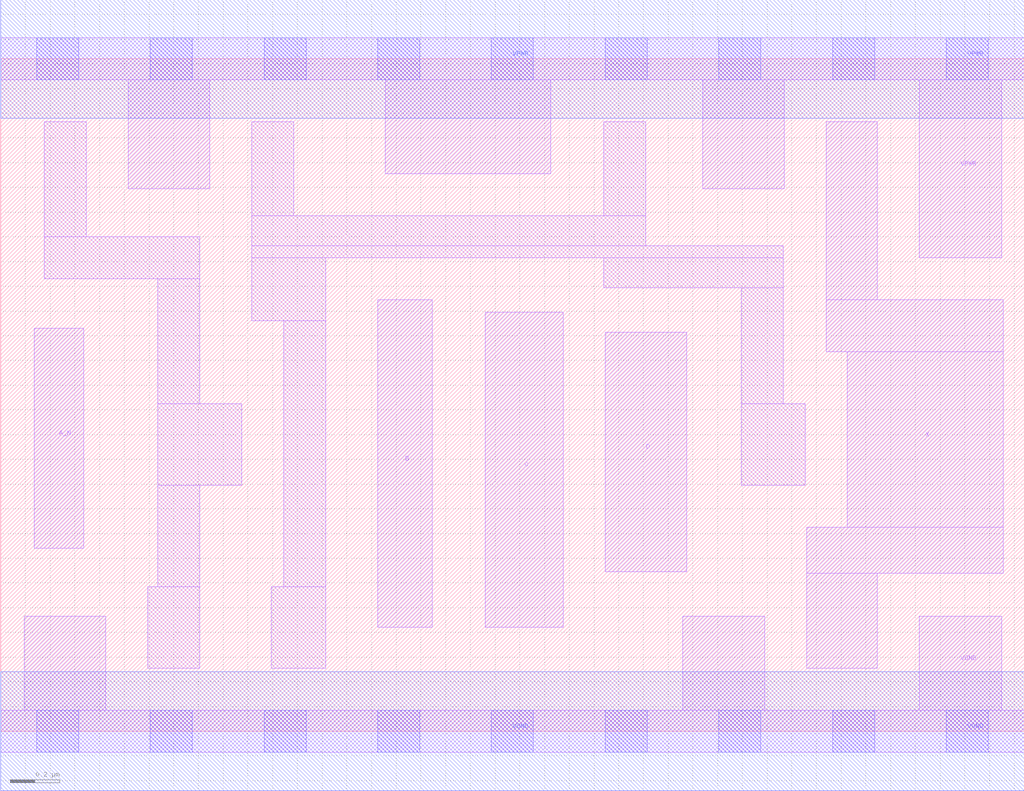
<source format=lef>
# Copyright 2020 The SkyWater PDK Authors
#
# Licensed under the Apache License, Version 2.0 (the "License");
# you may not use this file except in compliance with the License.
# You may obtain a copy of the License at
#
#     https://www.apache.org/licenses/LICENSE-2.0
#
# Unless required by applicable law or agreed to in writing, software
# distributed under the License is distributed on an "AS IS" BASIS,
# WITHOUT WARRANTIES OR CONDITIONS OF ANY KIND, either express or implied.
# See the License for the specific language governing permissions and
# limitations under the License.
#
# SPDX-License-Identifier: Apache-2.0

VERSION 5.7 ;
  NAMESCASESENSITIVE ON ;
  NOWIREEXTENSIONATPIN ON ;
  DIVIDERCHAR "/" ;
  BUSBITCHARS "[]" ;
UNITS
  DATABASE MICRONS 200 ;
END UNITS
MACRO sky130_fd_sc_hd__and4b_2
  CLASS CORE ;
  SOURCE USER ;
  FOREIGN sky130_fd_sc_hd__and4b_2 ;
  ORIGIN  0.000000  0.000000 ;
  SIZE  4.140000 BY  2.720000 ;
  SYMMETRY X Y R90 ;
  SITE unithd ;
  PIN A_N
    ANTENNAGATEAREA  0.126000 ;
    DIRECTION INPUT ;
    USE SIGNAL ;
    PORT
      LAYER li1 ;
        RECT 0.135000 0.740000 0.335000 1.630000 ;
    END
  END A_N
  PIN B
    ANTENNAGATEAREA  0.126000 ;
    DIRECTION INPUT ;
    USE SIGNAL ;
    PORT
      LAYER li1 ;
        RECT 1.525000 0.420000 1.745000 1.745000 ;
    END
  END B
  PIN C
    ANTENNAGATEAREA  0.126000 ;
    DIRECTION INPUT ;
    USE SIGNAL ;
    PORT
      LAYER li1 ;
        RECT 1.960000 0.420000 2.275000 1.695000 ;
    END
  END C
  PIN D
    ANTENNAGATEAREA  0.126000 ;
    DIRECTION INPUT ;
    USE SIGNAL ;
    PORT
      LAYER li1 ;
        RECT 2.445000 0.645000 2.775000 1.615000 ;
    END
  END D
  PIN X
    ANTENNADIFFAREA  0.503250 ;
    DIRECTION OUTPUT ;
    USE SIGNAL ;
    PORT
      LAYER li1 ;
        RECT 3.260000 0.255000 3.545000 0.640000 ;
        RECT 3.260000 0.640000 4.055000 0.825000 ;
        RECT 3.340000 1.535000 4.055000 1.745000 ;
        RECT 3.340000 1.745000 3.545000 2.465000 ;
        RECT 3.425000 0.825000 4.055000 1.535000 ;
    END
  END X
  PIN VGND
    DIRECTION INOUT ;
    SHAPE ABUTMENT ;
    USE GROUND ;
    PORT
      LAYER li1 ;
        RECT 0.000000 -0.085000 4.140000 0.085000 ;
        RECT 0.095000  0.085000 0.425000 0.465000 ;
        RECT 2.760000  0.085000 3.090000 0.465000 ;
        RECT 3.715000  0.085000 4.050000 0.465000 ;
      LAYER mcon ;
        RECT 0.145000 -0.085000 0.315000 0.085000 ;
        RECT 0.605000 -0.085000 0.775000 0.085000 ;
        RECT 1.065000 -0.085000 1.235000 0.085000 ;
        RECT 1.525000 -0.085000 1.695000 0.085000 ;
        RECT 1.985000 -0.085000 2.155000 0.085000 ;
        RECT 2.445000 -0.085000 2.615000 0.085000 ;
        RECT 2.905000 -0.085000 3.075000 0.085000 ;
        RECT 3.365000 -0.085000 3.535000 0.085000 ;
        RECT 3.825000 -0.085000 3.995000 0.085000 ;
      LAYER met1 ;
        RECT 0.000000 -0.240000 4.140000 0.240000 ;
    END
  END VGND
  PIN VPWR
    DIRECTION INOUT ;
    SHAPE ABUTMENT ;
    USE POWER ;
    PORT
      LAYER li1 ;
        RECT 0.000000 2.635000 4.140000 2.805000 ;
        RECT 0.515000 2.195000 0.845000 2.635000 ;
        RECT 1.555000 2.255000 2.225000 2.635000 ;
        RECT 2.840000 2.195000 3.170000 2.635000 ;
        RECT 3.715000 1.915000 4.050000 2.635000 ;
      LAYER mcon ;
        RECT 0.145000 2.635000 0.315000 2.805000 ;
        RECT 0.605000 2.635000 0.775000 2.805000 ;
        RECT 1.065000 2.635000 1.235000 2.805000 ;
        RECT 1.525000 2.635000 1.695000 2.805000 ;
        RECT 1.985000 2.635000 2.155000 2.805000 ;
        RECT 2.445000 2.635000 2.615000 2.805000 ;
        RECT 2.905000 2.635000 3.075000 2.805000 ;
        RECT 3.365000 2.635000 3.535000 2.805000 ;
        RECT 3.825000 2.635000 3.995000 2.805000 ;
      LAYER met1 ;
        RECT 0.000000 2.480000 4.140000 2.960000 ;
    END
  END VPWR
  OBS
    LAYER li1 ;
      RECT 0.175000 1.830000 0.805000 2.000000 ;
      RECT 0.175000 2.000000 0.345000 2.465000 ;
      RECT 0.595000 0.255000 0.805000 0.585000 ;
      RECT 0.635000 0.585000 0.805000 0.995000 ;
      RECT 0.635000 0.995000 0.975000 1.325000 ;
      RECT 0.635000 1.325000 0.805000 1.830000 ;
      RECT 1.015000 1.660000 1.315000 1.915000 ;
      RECT 1.015000 1.915000 3.165000 1.965000 ;
      RECT 1.015000 1.965000 2.610000 2.085000 ;
      RECT 1.015000 2.085000 1.185000 2.465000 ;
      RECT 1.095000 0.255000 1.315000 0.585000 ;
      RECT 1.145000 0.585000 1.315000 1.660000 ;
      RECT 2.440000 1.795000 3.165000 1.915000 ;
      RECT 2.440000 2.085000 2.610000 2.465000 ;
      RECT 2.995000 0.995000 3.255000 1.325000 ;
      RECT 2.995000 1.325000 3.165000 1.795000 ;
  END
END sky130_fd_sc_hd__and4b_2
END LIBRARY

</source>
